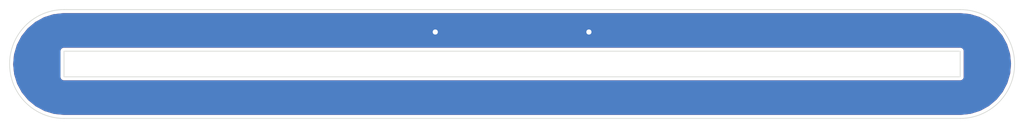
<source format=kicad_pcb>
(kicad_pcb (version 20171130) (host pcbnew "(5.1.10-1-10_14)")

  (general
    (thickness 1.6)
    (drawings 20)
    (tracks 2)
    (zones 0)
    (modules 1)
    (nets 2)
  )

  (page A4)
  (layers
    (0 F.Cu signal)
    (31 B.Cu signal)
    (32 B.Adhes user)
    (33 F.Adhes user)
    (34 B.Paste user)
    (35 F.Paste user)
    (36 B.SilkS user)
    (37 F.SilkS user)
    (38 B.Mask user)
    (39 F.Mask user)
    (40 Dwgs.User user)
    (41 Cmts.User user)
    (42 Eco1.User user)
    (43 Eco2.User user)
    (44 Edge.Cuts user)
    (45 Margin user)
    (46 B.CrtYd user hide)
    (47 F.CrtYd user hide)
    (48 B.Fab user hide)
    (49 F.Fab user hide)
  )

  (setup
    (last_trace_width 0.25)
    (trace_clearance 0.2)
    (zone_clearance 0.25)
    (zone_45_only no)
    (trace_min 0.2)
    (via_size 0.8)
    (via_drill 0.4)
    (via_min_size 0.4)
    (via_min_drill 0.3)
    (uvia_size 0.3)
    (uvia_drill 0.1)
    (uvias_allowed no)
    (uvia_min_size 0.2)
    (uvia_min_drill 0.1)
    (edge_width 0.05)
    (segment_width 0.2)
    (pcb_text_width 0.3)
    (pcb_text_size 1.5 1.5)
    (mod_edge_width 0.12)
    (mod_text_size 1 1)
    (mod_text_width 0.15)
    (pad_size 1.524 1.524)
    (pad_drill 0.762)
    (pad_to_mask_clearance 0)
    (aux_axis_origin 0 0)
    (visible_elements FFFFFFFF)
    (pcbplotparams
      (layerselection 0x010fc_ffffffff)
      (usegerberextensions false)
      (usegerberattributes true)
      (usegerberadvancedattributes true)
      (creategerberjobfile true)
      (excludeedgelayer true)
      (linewidth 0.100000)
      (plotframeref false)
      (viasonmask false)
      (mode 1)
      (useauxorigin false)
      (hpglpennumber 1)
      (hpglpenspeed 20)
      (hpglpendiameter 15.000000)
      (psnegative false)
      (psa4output false)
      (plotreference true)
      (plotvalue true)
      (plotinvisibletext false)
      (padsonsilk false)
      (subtractmaskfromsilk false)
      (outputformat 1)
      (mirror false)
      (drillshape 1)
      (scaleselection 1)
      (outputdirectory ""))
  )

  (net 0 "")
  (net 1 GND)

  (net_class Default "This is the default net class."
    (clearance 0.2)
    (trace_width 0.25)
    (via_dia 0.8)
    (via_drill 0.4)
    (uvia_dia 0.3)
    (uvia_drill 0.1)
    (add_net GND)
  )

  (module cycfi_library:single-pad-10x2 (layer F.Cu) (tedit 6116436B) (tstamp 61164EF9)
    (at 134 62.4)
    (path /60D997A7)
    (fp_text reference H3 (at 6.5 0.1) (layer F.SilkS) hide
      (effects (font (size 1 1) (thickness 0.15)))
    )
    (fp_text value single_pad_smd (at 0 -2.54) (layer F.Fab)
      (effects (font (size 1 1) (thickness 0.15)))
    )
    (pad 1 smd rect (at 0 0) (size 10 2) (layers F.Cu F.Paste F.Mask)
      (net 1 GND))
  )

  (gr_line (start 129 61.4) (end 129 63.4) (layer Dwgs.User) (width 0.05))
  (gr_line (start 129 63.4) (end 139 63.4) (layer Dwgs.User) (width 0.05))
  (gr_line (start 139 63.4) (end 139 61.4) (layer Dwgs.User) (width 0.05))
  (gr_line (start 139 61.4) (end 129 61.4) (layer Dwgs.User) (width 0.05))
  (gr_arc (start 169 65) (end 169 69.25) (angle -180) (layer Edge.Cuts) (width 0.05))
  (gr_line (start 169 64) (end 169 66) (layer Edge.Cuts) (width 0.05))
  (gr_line (start 99 66) (end 169 66) (layer Edge.Cuts) (width 0.05))
  (gr_line (start 99 64) (end 99 66) (layer Edge.Cuts) (width 0.05))
  (gr_line (start 99 64) (end 169 64) (layer Edge.Cuts) (width 0.05))
  (gr_line (start 169 69.25) (end 99 69.25) (layer Edge.Cuts) (width 0.05))
  (gr_line (start 99 60.75) (end 169 60.75) (layer Edge.Cuts) (width 0.05))
  (gr_arc (start 99 65) (end 99 60.75) (angle -180) (layer Edge.Cuts) (width 0.05))
  (gr_line (start 99 64) (end 99 66) (layer Dwgs.User) (width 0.05))
  (gr_line (start 169 64) (end 169 66) (layer Dwgs.User) (width 0.05))
  (gr_line (start 99 66) (end 169 66) (layer Dwgs.User) (width 0.05))
  (gr_line (start 99 64) (end 169 64) (layer Dwgs.User) (width 0.05))
  (gr_line (start 169 69.25) (end 99 69.25) (layer Dwgs.User) (width 0.05))
  (gr_line (start 99 60.75) (end 169 60.75) (layer Dwgs.User) (width 0.05))
  (gr_arc (start 99 65) (end 99 60.75) (angle -180) (layer Dwgs.User) (width 0.05))
  (gr_arc (start 169 65) (end 169 69.25) (angle -180) (layer Dwgs.User) (width 0.05))

  (via (at 128 62.5) (size 0.8) (drill 0.4) (layers F.Cu B.Cu) (net 1))
  (via (at 140 62.5) (size 0.8) (drill 0.4) (layers F.Cu B.Cu) (net 1))

  (zone (net 1) (net_name GND) (layer F.Cu) (tstamp 6116ACAC) (hatch edge 0.508)
    (connect_pads yes (clearance 0.25))
    (min_thickness 0.254)
    (fill yes (arc_segments 32) (thermal_gap 0.508) (thermal_bridge_width 0.508))
    (polygon
      (pts
        (xy 174 70) (xy 94 70) (xy 94 60) (xy 174 60)
      )
    )
    (filled_polygon
      (pts
        (xy 169.747036 61.227175) (xy 170.465621 61.444128) (xy 171.128383 61.796525) (xy 171.710075 62.270941) (xy 172.188536 62.8493)
        (xy 172.545552 63.509588) (xy 172.767517 64.22664) (xy 172.845978 64.973148) (xy 172.777947 65.720686) (xy 172.566016 66.440763)
        (xy 172.218256 67.105967) (xy 171.747914 67.690955) (xy 171.172902 68.173447) (xy 170.515132 68.535059) (xy 169.799643 68.762026)
        (xy 169.035461 68.847743) (xy 168.998628 68.848) (xy 99.019658 68.848) (xy 98.252964 68.772825) (xy 97.534376 68.555871)
        (xy 96.871617 68.203475) (xy 96.289925 67.729059) (xy 95.811461 67.150695) (xy 95.454448 66.490412) (xy 95.232483 65.77336)
        (xy 95.154022 65.026852) (xy 95.222053 64.279315) (xy 95.30426 64) (xy 98.596055 64) (xy 98.598 64.019747)
        (xy 98.598001 65.980243) (xy 98.596055 66) (xy 98.603817 66.078806) (xy 98.626803 66.154583) (xy 98.664132 66.22442)
        (xy 98.714368 66.285632) (xy 98.77558 66.335868) (xy 98.845417 66.373197) (xy 98.921194 66.396183) (xy 98.980253 66.402)
        (xy 99 66.403945) (xy 99.019747 66.402) (xy 168.980253 66.402) (xy 169 66.403945) (xy 169.019747 66.402)
        (xy 169.078806 66.396183) (xy 169.154583 66.373197) (xy 169.22442 66.335868) (xy 169.285632 66.285632) (xy 169.335868 66.22442)
        (xy 169.373197 66.154583) (xy 169.396183 66.078806) (xy 169.403945 66) (xy 169.402 65.980253) (xy 169.402 64.019747)
        (xy 169.403945 64) (xy 169.396183 63.921194) (xy 169.373197 63.845417) (xy 169.335868 63.77558) (xy 169.285632 63.714368)
        (xy 169.22442 63.664132) (xy 169.154583 63.626803) (xy 169.078806 63.603817) (xy 169.019747 63.598) (xy 169 63.596055)
        (xy 168.980253 63.598) (xy 99.019747 63.598) (xy 99 63.596055) (xy 98.980253 63.598) (xy 98.921194 63.603817)
        (xy 98.845417 63.626803) (xy 98.77558 63.664132) (xy 98.714368 63.714368) (xy 98.664132 63.77558) (xy 98.626803 63.845417)
        (xy 98.603817 63.921194) (xy 98.596055 64) (xy 95.30426 64) (xy 95.433984 63.559237) (xy 95.781744 62.894033)
        (xy 96.252086 62.309045) (xy 96.827096 61.826554) (xy 97.484868 61.464941) (xy 98.200357 61.237974) (xy 98.964538 61.152257)
        (xy 99.001371 61.152) (xy 168.980342 61.152)
      )
    )
  )
  (zone (net 1) (net_name GND) (layer B.Cu) (tstamp 6116ACA9) (hatch edge 0.508)
    (connect_pads yes (clearance 0.25))
    (min_thickness 0.254)
    (fill yes (arc_segments 32) (thermal_gap 0.508) (thermal_bridge_width 0.508))
    (polygon
      (pts
        (xy 174 70) (xy 94 70) (xy 94 60) (xy 174 60)
      )
    )
    (filled_polygon
      (pts
        (xy 169.747036 61.227175) (xy 170.465621 61.444128) (xy 171.128383 61.796525) (xy 171.710075 62.270941) (xy 172.188536 62.8493)
        (xy 172.545552 63.509588) (xy 172.767517 64.22664) (xy 172.845978 64.973148) (xy 172.777947 65.720686) (xy 172.566016 66.440763)
        (xy 172.218256 67.105967) (xy 171.747914 67.690955) (xy 171.172902 68.173447) (xy 170.515132 68.535059) (xy 169.799643 68.762026)
        (xy 169.035461 68.847743) (xy 168.998628 68.848) (xy 99.019658 68.848) (xy 98.252964 68.772825) (xy 97.534376 68.555871)
        (xy 96.871617 68.203475) (xy 96.289925 67.729059) (xy 95.811461 67.150695) (xy 95.454448 66.490412) (xy 95.232483 65.77336)
        (xy 95.154022 65.026852) (xy 95.222053 64.279315) (xy 95.30426 64) (xy 98.596055 64) (xy 98.598 64.019747)
        (xy 98.598001 65.980243) (xy 98.596055 66) (xy 98.603817 66.078806) (xy 98.626803 66.154583) (xy 98.664132 66.22442)
        (xy 98.714368 66.285632) (xy 98.77558 66.335868) (xy 98.845417 66.373197) (xy 98.921194 66.396183) (xy 98.980253 66.402)
        (xy 99 66.403945) (xy 99.019747 66.402) (xy 168.980253 66.402) (xy 169 66.403945) (xy 169.019747 66.402)
        (xy 169.078806 66.396183) (xy 169.154583 66.373197) (xy 169.22442 66.335868) (xy 169.285632 66.285632) (xy 169.335868 66.22442)
        (xy 169.373197 66.154583) (xy 169.396183 66.078806) (xy 169.403945 66) (xy 169.402 65.980253) (xy 169.402 64.019747)
        (xy 169.403945 64) (xy 169.396183 63.921194) (xy 169.373197 63.845417) (xy 169.335868 63.77558) (xy 169.285632 63.714368)
        (xy 169.22442 63.664132) (xy 169.154583 63.626803) (xy 169.078806 63.603817) (xy 169.019747 63.598) (xy 169 63.596055)
        (xy 168.980253 63.598) (xy 99.019747 63.598) (xy 99 63.596055) (xy 98.980253 63.598) (xy 98.921194 63.603817)
        (xy 98.845417 63.626803) (xy 98.77558 63.664132) (xy 98.714368 63.714368) (xy 98.664132 63.77558) (xy 98.626803 63.845417)
        (xy 98.603817 63.921194) (xy 98.596055 64) (xy 95.30426 64) (xy 95.433984 63.559237) (xy 95.781744 62.894033)
        (xy 96.252086 62.309045) (xy 96.827096 61.826554) (xy 97.484868 61.464941) (xy 98.200357 61.237974) (xy 98.964538 61.152257)
        (xy 99.001371 61.152) (xy 168.980342 61.152)
      )
    )
  )
)

</source>
